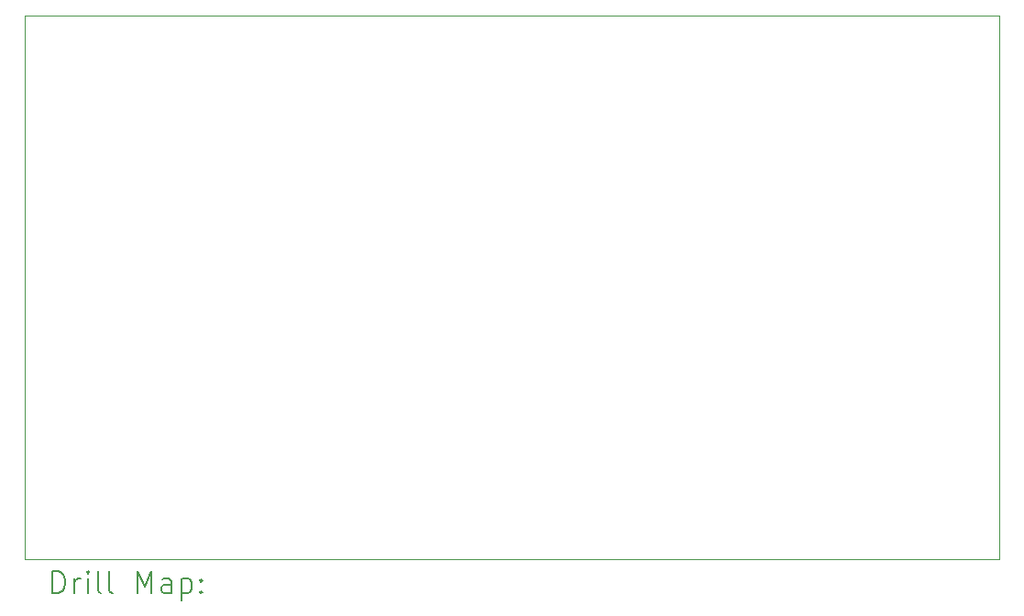
<source format=gbr>
%TF.GenerationSoftware,KiCad,Pcbnew,7.0.9*%
%TF.CreationDate,2023-11-26T22:19:00+01:00*%
%TF.ProjectId,Wzmacniacz_PW3017_modyfikacja,577a6d61-636e-4696-9163-7a5f50573330,rev?*%
%TF.SameCoordinates,Original*%
%TF.FileFunction,Drillmap*%
%TF.FilePolarity,Positive*%
%FSLAX45Y45*%
G04 Gerber Fmt 4.5, Leading zero omitted, Abs format (unit mm)*
G04 Created by KiCad (PCBNEW 7.0.9) date 2023-11-26 22:19:00*
%MOMM*%
%LPD*%
G01*
G04 APERTURE LIST*
%ADD10C,0.100000*%
%ADD11C,0.200000*%
G04 APERTURE END LIST*
D10*
X12000000Y-6980000D02*
X21000000Y-6980000D01*
X21000000Y-12000000D01*
X12000000Y-12000000D01*
X12000000Y-6980000D01*
D11*
X12255777Y-12316484D02*
X12255777Y-12116484D01*
X12255777Y-12116484D02*
X12303396Y-12116484D01*
X12303396Y-12116484D02*
X12331967Y-12126008D01*
X12331967Y-12126008D02*
X12351015Y-12145055D01*
X12351015Y-12145055D02*
X12360539Y-12164103D01*
X12360539Y-12164103D02*
X12370062Y-12202198D01*
X12370062Y-12202198D02*
X12370062Y-12230769D01*
X12370062Y-12230769D02*
X12360539Y-12268865D01*
X12360539Y-12268865D02*
X12351015Y-12287912D01*
X12351015Y-12287912D02*
X12331967Y-12306960D01*
X12331967Y-12306960D02*
X12303396Y-12316484D01*
X12303396Y-12316484D02*
X12255777Y-12316484D01*
X12455777Y-12316484D02*
X12455777Y-12183150D01*
X12455777Y-12221246D02*
X12465301Y-12202198D01*
X12465301Y-12202198D02*
X12474824Y-12192674D01*
X12474824Y-12192674D02*
X12493872Y-12183150D01*
X12493872Y-12183150D02*
X12512920Y-12183150D01*
X12579586Y-12316484D02*
X12579586Y-12183150D01*
X12579586Y-12116484D02*
X12570062Y-12126008D01*
X12570062Y-12126008D02*
X12579586Y-12135531D01*
X12579586Y-12135531D02*
X12589110Y-12126008D01*
X12589110Y-12126008D02*
X12579586Y-12116484D01*
X12579586Y-12116484D02*
X12579586Y-12135531D01*
X12703396Y-12316484D02*
X12684348Y-12306960D01*
X12684348Y-12306960D02*
X12674824Y-12287912D01*
X12674824Y-12287912D02*
X12674824Y-12116484D01*
X12808158Y-12316484D02*
X12789110Y-12306960D01*
X12789110Y-12306960D02*
X12779586Y-12287912D01*
X12779586Y-12287912D02*
X12779586Y-12116484D01*
X13036729Y-12316484D02*
X13036729Y-12116484D01*
X13036729Y-12116484D02*
X13103396Y-12259341D01*
X13103396Y-12259341D02*
X13170062Y-12116484D01*
X13170062Y-12116484D02*
X13170062Y-12316484D01*
X13351015Y-12316484D02*
X13351015Y-12211722D01*
X13351015Y-12211722D02*
X13341491Y-12192674D01*
X13341491Y-12192674D02*
X13322443Y-12183150D01*
X13322443Y-12183150D02*
X13284348Y-12183150D01*
X13284348Y-12183150D02*
X13265301Y-12192674D01*
X13351015Y-12306960D02*
X13331967Y-12316484D01*
X13331967Y-12316484D02*
X13284348Y-12316484D01*
X13284348Y-12316484D02*
X13265301Y-12306960D01*
X13265301Y-12306960D02*
X13255777Y-12287912D01*
X13255777Y-12287912D02*
X13255777Y-12268865D01*
X13255777Y-12268865D02*
X13265301Y-12249817D01*
X13265301Y-12249817D02*
X13284348Y-12240293D01*
X13284348Y-12240293D02*
X13331967Y-12240293D01*
X13331967Y-12240293D02*
X13351015Y-12230769D01*
X13446253Y-12183150D02*
X13446253Y-12383150D01*
X13446253Y-12192674D02*
X13465301Y-12183150D01*
X13465301Y-12183150D02*
X13503396Y-12183150D01*
X13503396Y-12183150D02*
X13522443Y-12192674D01*
X13522443Y-12192674D02*
X13531967Y-12202198D01*
X13531967Y-12202198D02*
X13541491Y-12221246D01*
X13541491Y-12221246D02*
X13541491Y-12278388D01*
X13541491Y-12278388D02*
X13531967Y-12297436D01*
X13531967Y-12297436D02*
X13522443Y-12306960D01*
X13522443Y-12306960D02*
X13503396Y-12316484D01*
X13503396Y-12316484D02*
X13465301Y-12316484D01*
X13465301Y-12316484D02*
X13446253Y-12306960D01*
X13627205Y-12297436D02*
X13636729Y-12306960D01*
X13636729Y-12306960D02*
X13627205Y-12316484D01*
X13627205Y-12316484D02*
X13617682Y-12306960D01*
X13617682Y-12306960D02*
X13627205Y-12297436D01*
X13627205Y-12297436D02*
X13627205Y-12316484D01*
X13627205Y-12192674D02*
X13636729Y-12202198D01*
X13636729Y-12202198D02*
X13627205Y-12211722D01*
X13627205Y-12211722D02*
X13617682Y-12202198D01*
X13617682Y-12202198D02*
X13627205Y-12192674D01*
X13627205Y-12192674D02*
X13627205Y-12211722D01*
M02*

</source>
